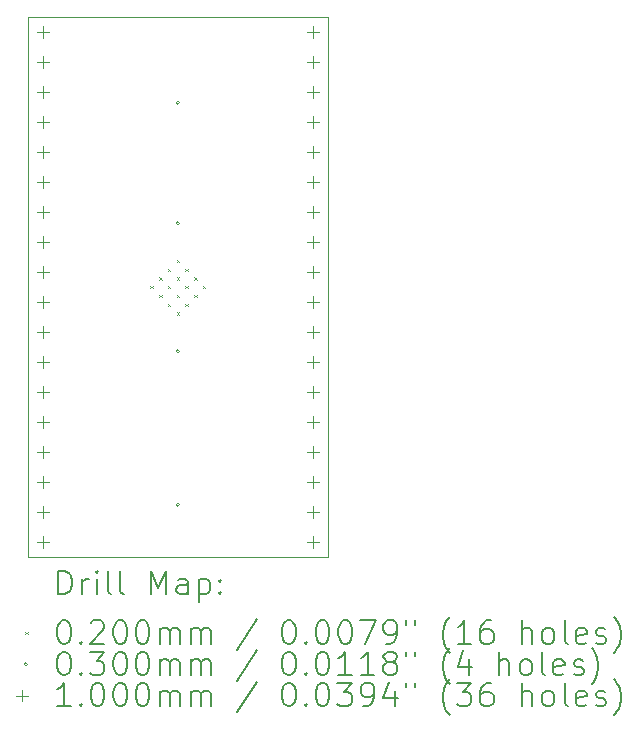
<source format=gbr>
%TF.GenerationSoftware,KiCad,Pcbnew,9.0.6*%
%TF.CreationDate,2026-01-07T17:21:44-06:00*%
%TF.ProjectId,QFN-32_7x7_P0.65,51464e2d-3332-45f3-9778-375f50302e36,rev?*%
%TF.SameCoordinates,Original*%
%TF.FileFunction,Drillmap*%
%TF.FilePolarity,Positive*%
%FSLAX45Y45*%
G04 Gerber Fmt 4.5, Leading zero omitted, Abs format (unit mm)*
G04 Created by KiCad (PCBNEW 9.0.6) date 2026-01-07 17:21:44*
%MOMM*%
%LPD*%
G01*
G04 APERTURE LIST*
%ADD10C,0.050000*%
%ADD11C,0.200000*%
%ADD12C,0.100000*%
G04 APERTURE END LIST*
D10*
X12573000Y-9779000D02*
X15113000Y-9779000D01*
X15113000Y-14351000D01*
X12573000Y-14351000D01*
X12573000Y-9779000D01*
D11*
D12*
X13610261Y-12055000D02*
X13630261Y-12075000D01*
X13630261Y-12055000D02*
X13610261Y-12075000D01*
X13684508Y-11980754D02*
X13704508Y-12000754D01*
X13704508Y-11980754D02*
X13684508Y-12000754D01*
X13684508Y-12129246D02*
X13704508Y-12149246D01*
X13704508Y-12129246D02*
X13684508Y-12149246D01*
X13758754Y-11906508D02*
X13778754Y-11926508D01*
X13778754Y-11906508D02*
X13758754Y-11926508D01*
X13758754Y-12055000D02*
X13778754Y-12075000D01*
X13778754Y-12055000D02*
X13758754Y-12075000D01*
X13758754Y-12203492D02*
X13778754Y-12223492D01*
X13778754Y-12203492D02*
X13758754Y-12223492D01*
X13833000Y-11832261D02*
X13853000Y-11852261D01*
X13853000Y-11832261D02*
X13833000Y-11852261D01*
X13833000Y-11980754D02*
X13853000Y-12000754D01*
X13853000Y-11980754D02*
X13833000Y-12000754D01*
X13833000Y-12129246D02*
X13853000Y-12149246D01*
X13853000Y-12129246D02*
X13833000Y-12149246D01*
X13833000Y-12277739D02*
X13853000Y-12297739D01*
X13853000Y-12277739D02*
X13833000Y-12297739D01*
X13907246Y-11906508D02*
X13927246Y-11926508D01*
X13927246Y-11906508D02*
X13907246Y-11926508D01*
X13907246Y-12055000D02*
X13927246Y-12075000D01*
X13927246Y-12055000D02*
X13907246Y-12075000D01*
X13907246Y-12203492D02*
X13927246Y-12223492D01*
X13927246Y-12203492D02*
X13907246Y-12223492D01*
X13981492Y-11980754D02*
X14001492Y-12000754D01*
X14001492Y-11980754D02*
X13981492Y-12000754D01*
X13981492Y-12129246D02*
X14001492Y-12149246D01*
X14001492Y-12129246D02*
X13981492Y-12149246D01*
X14055739Y-12055000D02*
X14075739Y-12075000D01*
X14075739Y-12055000D02*
X14055739Y-12075000D01*
X13857000Y-11522000D02*
G75*
G02*
X13827000Y-11522000I-15000J0D01*
G01*
X13827000Y-11522000D02*
G75*
G02*
X13857000Y-11522000I15000J0D01*
G01*
X13857000Y-12605000D02*
G75*
G02*
X13827000Y-12605000I-15000J0D01*
G01*
X13827000Y-12605000D02*
G75*
G02*
X13857000Y-12605000I15000J0D01*
G01*
X13858000Y-10502900D02*
G75*
G02*
X13828000Y-10502900I-15000J0D01*
G01*
X13828000Y-10502900D02*
G75*
G02*
X13858000Y-10502900I15000J0D01*
G01*
X13858000Y-13906500D02*
G75*
G02*
X13828000Y-13906500I-15000J0D01*
G01*
X13828000Y-13906500D02*
G75*
G02*
X13858000Y-13906500I15000J0D01*
G01*
X12700000Y-9856164D02*
X12700000Y-9956164D01*
X12650000Y-9906164D02*
X12750000Y-9906164D01*
X12700000Y-10110164D02*
X12700000Y-10210164D01*
X12650000Y-10160164D02*
X12750000Y-10160164D01*
X12700000Y-10364164D02*
X12700000Y-10464164D01*
X12650000Y-10414164D02*
X12750000Y-10414164D01*
X12700000Y-10618164D02*
X12700000Y-10718164D01*
X12650000Y-10668164D02*
X12750000Y-10668164D01*
X12700000Y-10872164D02*
X12700000Y-10972164D01*
X12650000Y-10922164D02*
X12750000Y-10922164D01*
X12700000Y-11126164D02*
X12700000Y-11226164D01*
X12650000Y-11176164D02*
X12750000Y-11176164D01*
X12700000Y-11380164D02*
X12700000Y-11480164D01*
X12650000Y-11430164D02*
X12750000Y-11430164D01*
X12700000Y-11634164D02*
X12700000Y-11734164D01*
X12650000Y-11684164D02*
X12750000Y-11684164D01*
X12700000Y-11888164D02*
X12700000Y-11988164D01*
X12650000Y-11938164D02*
X12750000Y-11938164D01*
X12700000Y-12142164D02*
X12700000Y-12242164D01*
X12650000Y-12192164D02*
X12750000Y-12192164D01*
X12700000Y-12396164D02*
X12700000Y-12496164D01*
X12650000Y-12446164D02*
X12750000Y-12446164D01*
X12700000Y-12650164D02*
X12700000Y-12750164D01*
X12650000Y-12700164D02*
X12750000Y-12700164D01*
X12700000Y-12904164D02*
X12700000Y-13004164D01*
X12650000Y-12954164D02*
X12750000Y-12954164D01*
X12700000Y-13158164D02*
X12700000Y-13258164D01*
X12650000Y-13208164D02*
X12750000Y-13208164D01*
X12700000Y-13412164D02*
X12700000Y-13512164D01*
X12650000Y-13462164D02*
X12750000Y-13462164D01*
X12700000Y-13666164D02*
X12700000Y-13766164D01*
X12650000Y-13716164D02*
X12750000Y-13716164D01*
X12700000Y-13920164D02*
X12700000Y-14020164D01*
X12650000Y-13970164D02*
X12750000Y-13970164D01*
X12700000Y-14174164D02*
X12700000Y-14274164D01*
X12650000Y-14224164D02*
X12750000Y-14224164D01*
X14986000Y-9856164D02*
X14986000Y-9956164D01*
X14936000Y-9906164D02*
X15036000Y-9906164D01*
X14986000Y-10110164D02*
X14986000Y-10210164D01*
X14936000Y-10160164D02*
X15036000Y-10160164D01*
X14986000Y-10364164D02*
X14986000Y-10464164D01*
X14936000Y-10414164D02*
X15036000Y-10414164D01*
X14986000Y-10618164D02*
X14986000Y-10718164D01*
X14936000Y-10668164D02*
X15036000Y-10668164D01*
X14986000Y-10872164D02*
X14986000Y-10972164D01*
X14936000Y-10922164D02*
X15036000Y-10922164D01*
X14986000Y-11126164D02*
X14986000Y-11226164D01*
X14936000Y-11176164D02*
X15036000Y-11176164D01*
X14986000Y-11380164D02*
X14986000Y-11480164D01*
X14936000Y-11430164D02*
X15036000Y-11430164D01*
X14986000Y-11634164D02*
X14986000Y-11734164D01*
X14936000Y-11684164D02*
X15036000Y-11684164D01*
X14986000Y-11888164D02*
X14986000Y-11988164D01*
X14936000Y-11938164D02*
X15036000Y-11938164D01*
X14986000Y-12142164D02*
X14986000Y-12242164D01*
X14936000Y-12192164D02*
X15036000Y-12192164D01*
X14986000Y-12396164D02*
X14986000Y-12496164D01*
X14936000Y-12446164D02*
X15036000Y-12446164D01*
X14986000Y-12650164D02*
X14986000Y-12750164D01*
X14936000Y-12700164D02*
X15036000Y-12700164D01*
X14986000Y-12904164D02*
X14986000Y-13004164D01*
X14936000Y-12954164D02*
X15036000Y-12954164D01*
X14986000Y-13158164D02*
X14986000Y-13258164D01*
X14936000Y-13208164D02*
X15036000Y-13208164D01*
X14986000Y-13412164D02*
X14986000Y-13512164D01*
X14936000Y-13462164D02*
X15036000Y-13462164D01*
X14986000Y-13666164D02*
X14986000Y-13766164D01*
X14936000Y-13716164D02*
X15036000Y-13716164D01*
X14986000Y-13920164D02*
X14986000Y-14020164D01*
X14936000Y-13970164D02*
X15036000Y-13970164D01*
X14986000Y-14174164D02*
X14986000Y-14274164D01*
X14936000Y-14224164D02*
X15036000Y-14224164D01*
D11*
X12831277Y-14664984D02*
X12831277Y-14464984D01*
X12831277Y-14464984D02*
X12878896Y-14464984D01*
X12878896Y-14464984D02*
X12907467Y-14474508D01*
X12907467Y-14474508D02*
X12926515Y-14493555D01*
X12926515Y-14493555D02*
X12936039Y-14512603D01*
X12936039Y-14512603D02*
X12945562Y-14550698D01*
X12945562Y-14550698D02*
X12945562Y-14579269D01*
X12945562Y-14579269D02*
X12936039Y-14617365D01*
X12936039Y-14617365D02*
X12926515Y-14636412D01*
X12926515Y-14636412D02*
X12907467Y-14655460D01*
X12907467Y-14655460D02*
X12878896Y-14664984D01*
X12878896Y-14664984D02*
X12831277Y-14664984D01*
X13031277Y-14664984D02*
X13031277Y-14531650D01*
X13031277Y-14569746D02*
X13040801Y-14550698D01*
X13040801Y-14550698D02*
X13050324Y-14541174D01*
X13050324Y-14541174D02*
X13069372Y-14531650D01*
X13069372Y-14531650D02*
X13088420Y-14531650D01*
X13155086Y-14664984D02*
X13155086Y-14531650D01*
X13155086Y-14464984D02*
X13145562Y-14474508D01*
X13145562Y-14474508D02*
X13155086Y-14484031D01*
X13155086Y-14484031D02*
X13164610Y-14474508D01*
X13164610Y-14474508D02*
X13155086Y-14464984D01*
X13155086Y-14464984D02*
X13155086Y-14484031D01*
X13278896Y-14664984D02*
X13259848Y-14655460D01*
X13259848Y-14655460D02*
X13250324Y-14636412D01*
X13250324Y-14636412D02*
X13250324Y-14464984D01*
X13383658Y-14664984D02*
X13364610Y-14655460D01*
X13364610Y-14655460D02*
X13355086Y-14636412D01*
X13355086Y-14636412D02*
X13355086Y-14464984D01*
X13612229Y-14664984D02*
X13612229Y-14464984D01*
X13612229Y-14464984D02*
X13678896Y-14607841D01*
X13678896Y-14607841D02*
X13745562Y-14464984D01*
X13745562Y-14464984D02*
X13745562Y-14664984D01*
X13926515Y-14664984D02*
X13926515Y-14560222D01*
X13926515Y-14560222D02*
X13916991Y-14541174D01*
X13916991Y-14541174D02*
X13897943Y-14531650D01*
X13897943Y-14531650D02*
X13859848Y-14531650D01*
X13859848Y-14531650D02*
X13840801Y-14541174D01*
X13926515Y-14655460D02*
X13907467Y-14664984D01*
X13907467Y-14664984D02*
X13859848Y-14664984D01*
X13859848Y-14664984D02*
X13840801Y-14655460D01*
X13840801Y-14655460D02*
X13831277Y-14636412D01*
X13831277Y-14636412D02*
X13831277Y-14617365D01*
X13831277Y-14617365D02*
X13840801Y-14598317D01*
X13840801Y-14598317D02*
X13859848Y-14588793D01*
X13859848Y-14588793D02*
X13907467Y-14588793D01*
X13907467Y-14588793D02*
X13926515Y-14579269D01*
X14021753Y-14531650D02*
X14021753Y-14731650D01*
X14021753Y-14541174D02*
X14040801Y-14531650D01*
X14040801Y-14531650D02*
X14078896Y-14531650D01*
X14078896Y-14531650D02*
X14097943Y-14541174D01*
X14097943Y-14541174D02*
X14107467Y-14550698D01*
X14107467Y-14550698D02*
X14116991Y-14569746D01*
X14116991Y-14569746D02*
X14116991Y-14626888D01*
X14116991Y-14626888D02*
X14107467Y-14645936D01*
X14107467Y-14645936D02*
X14097943Y-14655460D01*
X14097943Y-14655460D02*
X14078896Y-14664984D01*
X14078896Y-14664984D02*
X14040801Y-14664984D01*
X14040801Y-14664984D02*
X14021753Y-14655460D01*
X14202705Y-14645936D02*
X14212229Y-14655460D01*
X14212229Y-14655460D02*
X14202705Y-14664984D01*
X14202705Y-14664984D02*
X14193182Y-14655460D01*
X14193182Y-14655460D02*
X14202705Y-14645936D01*
X14202705Y-14645936D02*
X14202705Y-14664984D01*
X14202705Y-14541174D02*
X14212229Y-14550698D01*
X14212229Y-14550698D02*
X14202705Y-14560222D01*
X14202705Y-14560222D02*
X14193182Y-14550698D01*
X14193182Y-14550698D02*
X14202705Y-14541174D01*
X14202705Y-14541174D02*
X14202705Y-14560222D01*
D12*
X12550500Y-14983500D02*
X12570500Y-15003500D01*
X12570500Y-14983500D02*
X12550500Y-15003500D01*
D11*
X12869372Y-14884984D02*
X12888420Y-14884984D01*
X12888420Y-14884984D02*
X12907467Y-14894508D01*
X12907467Y-14894508D02*
X12916991Y-14904031D01*
X12916991Y-14904031D02*
X12926515Y-14923079D01*
X12926515Y-14923079D02*
X12936039Y-14961174D01*
X12936039Y-14961174D02*
X12936039Y-15008793D01*
X12936039Y-15008793D02*
X12926515Y-15046888D01*
X12926515Y-15046888D02*
X12916991Y-15065936D01*
X12916991Y-15065936D02*
X12907467Y-15075460D01*
X12907467Y-15075460D02*
X12888420Y-15084984D01*
X12888420Y-15084984D02*
X12869372Y-15084984D01*
X12869372Y-15084984D02*
X12850324Y-15075460D01*
X12850324Y-15075460D02*
X12840801Y-15065936D01*
X12840801Y-15065936D02*
X12831277Y-15046888D01*
X12831277Y-15046888D02*
X12821753Y-15008793D01*
X12821753Y-15008793D02*
X12821753Y-14961174D01*
X12821753Y-14961174D02*
X12831277Y-14923079D01*
X12831277Y-14923079D02*
X12840801Y-14904031D01*
X12840801Y-14904031D02*
X12850324Y-14894508D01*
X12850324Y-14894508D02*
X12869372Y-14884984D01*
X13021753Y-15065936D02*
X13031277Y-15075460D01*
X13031277Y-15075460D02*
X13021753Y-15084984D01*
X13021753Y-15084984D02*
X13012229Y-15075460D01*
X13012229Y-15075460D02*
X13021753Y-15065936D01*
X13021753Y-15065936D02*
X13021753Y-15084984D01*
X13107467Y-14904031D02*
X13116991Y-14894508D01*
X13116991Y-14894508D02*
X13136039Y-14884984D01*
X13136039Y-14884984D02*
X13183658Y-14884984D01*
X13183658Y-14884984D02*
X13202705Y-14894508D01*
X13202705Y-14894508D02*
X13212229Y-14904031D01*
X13212229Y-14904031D02*
X13221753Y-14923079D01*
X13221753Y-14923079D02*
X13221753Y-14942127D01*
X13221753Y-14942127D02*
X13212229Y-14970698D01*
X13212229Y-14970698D02*
X13097943Y-15084984D01*
X13097943Y-15084984D02*
X13221753Y-15084984D01*
X13345562Y-14884984D02*
X13364610Y-14884984D01*
X13364610Y-14884984D02*
X13383658Y-14894508D01*
X13383658Y-14894508D02*
X13393182Y-14904031D01*
X13393182Y-14904031D02*
X13402705Y-14923079D01*
X13402705Y-14923079D02*
X13412229Y-14961174D01*
X13412229Y-14961174D02*
X13412229Y-15008793D01*
X13412229Y-15008793D02*
X13402705Y-15046888D01*
X13402705Y-15046888D02*
X13393182Y-15065936D01*
X13393182Y-15065936D02*
X13383658Y-15075460D01*
X13383658Y-15075460D02*
X13364610Y-15084984D01*
X13364610Y-15084984D02*
X13345562Y-15084984D01*
X13345562Y-15084984D02*
X13326515Y-15075460D01*
X13326515Y-15075460D02*
X13316991Y-15065936D01*
X13316991Y-15065936D02*
X13307467Y-15046888D01*
X13307467Y-15046888D02*
X13297943Y-15008793D01*
X13297943Y-15008793D02*
X13297943Y-14961174D01*
X13297943Y-14961174D02*
X13307467Y-14923079D01*
X13307467Y-14923079D02*
X13316991Y-14904031D01*
X13316991Y-14904031D02*
X13326515Y-14894508D01*
X13326515Y-14894508D02*
X13345562Y-14884984D01*
X13536039Y-14884984D02*
X13555086Y-14884984D01*
X13555086Y-14884984D02*
X13574134Y-14894508D01*
X13574134Y-14894508D02*
X13583658Y-14904031D01*
X13583658Y-14904031D02*
X13593182Y-14923079D01*
X13593182Y-14923079D02*
X13602705Y-14961174D01*
X13602705Y-14961174D02*
X13602705Y-15008793D01*
X13602705Y-15008793D02*
X13593182Y-15046888D01*
X13593182Y-15046888D02*
X13583658Y-15065936D01*
X13583658Y-15065936D02*
X13574134Y-15075460D01*
X13574134Y-15075460D02*
X13555086Y-15084984D01*
X13555086Y-15084984D02*
X13536039Y-15084984D01*
X13536039Y-15084984D02*
X13516991Y-15075460D01*
X13516991Y-15075460D02*
X13507467Y-15065936D01*
X13507467Y-15065936D02*
X13497943Y-15046888D01*
X13497943Y-15046888D02*
X13488420Y-15008793D01*
X13488420Y-15008793D02*
X13488420Y-14961174D01*
X13488420Y-14961174D02*
X13497943Y-14923079D01*
X13497943Y-14923079D02*
X13507467Y-14904031D01*
X13507467Y-14904031D02*
X13516991Y-14894508D01*
X13516991Y-14894508D02*
X13536039Y-14884984D01*
X13688420Y-15084984D02*
X13688420Y-14951650D01*
X13688420Y-14970698D02*
X13697943Y-14961174D01*
X13697943Y-14961174D02*
X13716991Y-14951650D01*
X13716991Y-14951650D02*
X13745563Y-14951650D01*
X13745563Y-14951650D02*
X13764610Y-14961174D01*
X13764610Y-14961174D02*
X13774134Y-14980222D01*
X13774134Y-14980222D02*
X13774134Y-15084984D01*
X13774134Y-14980222D02*
X13783658Y-14961174D01*
X13783658Y-14961174D02*
X13802705Y-14951650D01*
X13802705Y-14951650D02*
X13831277Y-14951650D01*
X13831277Y-14951650D02*
X13850324Y-14961174D01*
X13850324Y-14961174D02*
X13859848Y-14980222D01*
X13859848Y-14980222D02*
X13859848Y-15084984D01*
X13955086Y-15084984D02*
X13955086Y-14951650D01*
X13955086Y-14970698D02*
X13964610Y-14961174D01*
X13964610Y-14961174D02*
X13983658Y-14951650D01*
X13983658Y-14951650D02*
X14012229Y-14951650D01*
X14012229Y-14951650D02*
X14031277Y-14961174D01*
X14031277Y-14961174D02*
X14040801Y-14980222D01*
X14040801Y-14980222D02*
X14040801Y-15084984D01*
X14040801Y-14980222D02*
X14050324Y-14961174D01*
X14050324Y-14961174D02*
X14069372Y-14951650D01*
X14069372Y-14951650D02*
X14097943Y-14951650D01*
X14097943Y-14951650D02*
X14116991Y-14961174D01*
X14116991Y-14961174D02*
X14126515Y-14980222D01*
X14126515Y-14980222D02*
X14126515Y-15084984D01*
X14516991Y-14875460D02*
X14345563Y-15132603D01*
X14774134Y-14884984D02*
X14793182Y-14884984D01*
X14793182Y-14884984D02*
X14812229Y-14894508D01*
X14812229Y-14894508D02*
X14821753Y-14904031D01*
X14821753Y-14904031D02*
X14831277Y-14923079D01*
X14831277Y-14923079D02*
X14840801Y-14961174D01*
X14840801Y-14961174D02*
X14840801Y-15008793D01*
X14840801Y-15008793D02*
X14831277Y-15046888D01*
X14831277Y-15046888D02*
X14821753Y-15065936D01*
X14821753Y-15065936D02*
X14812229Y-15075460D01*
X14812229Y-15075460D02*
X14793182Y-15084984D01*
X14793182Y-15084984D02*
X14774134Y-15084984D01*
X14774134Y-15084984D02*
X14755086Y-15075460D01*
X14755086Y-15075460D02*
X14745563Y-15065936D01*
X14745563Y-15065936D02*
X14736039Y-15046888D01*
X14736039Y-15046888D02*
X14726515Y-15008793D01*
X14726515Y-15008793D02*
X14726515Y-14961174D01*
X14726515Y-14961174D02*
X14736039Y-14923079D01*
X14736039Y-14923079D02*
X14745563Y-14904031D01*
X14745563Y-14904031D02*
X14755086Y-14894508D01*
X14755086Y-14894508D02*
X14774134Y-14884984D01*
X14926515Y-15065936D02*
X14936039Y-15075460D01*
X14936039Y-15075460D02*
X14926515Y-15084984D01*
X14926515Y-15084984D02*
X14916991Y-15075460D01*
X14916991Y-15075460D02*
X14926515Y-15065936D01*
X14926515Y-15065936D02*
X14926515Y-15084984D01*
X15059848Y-14884984D02*
X15078896Y-14884984D01*
X15078896Y-14884984D02*
X15097944Y-14894508D01*
X15097944Y-14894508D02*
X15107467Y-14904031D01*
X15107467Y-14904031D02*
X15116991Y-14923079D01*
X15116991Y-14923079D02*
X15126515Y-14961174D01*
X15126515Y-14961174D02*
X15126515Y-15008793D01*
X15126515Y-15008793D02*
X15116991Y-15046888D01*
X15116991Y-15046888D02*
X15107467Y-15065936D01*
X15107467Y-15065936D02*
X15097944Y-15075460D01*
X15097944Y-15075460D02*
X15078896Y-15084984D01*
X15078896Y-15084984D02*
X15059848Y-15084984D01*
X15059848Y-15084984D02*
X15040801Y-15075460D01*
X15040801Y-15075460D02*
X15031277Y-15065936D01*
X15031277Y-15065936D02*
X15021753Y-15046888D01*
X15021753Y-15046888D02*
X15012229Y-15008793D01*
X15012229Y-15008793D02*
X15012229Y-14961174D01*
X15012229Y-14961174D02*
X15021753Y-14923079D01*
X15021753Y-14923079D02*
X15031277Y-14904031D01*
X15031277Y-14904031D02*
X15040801Y-14894508D01*
X15040801Y-14894508D02*
X15059848Y-14884984D01*
X15250325Y-14884984D02*
X15269372Y-14884984D01*
X15269372Y-14884984D02*
X15288420Y-14894508D01*
X15288420Y-14894508D02*
X15297944Y-14904031D01*
X15297944Y-14904031D02*
X15307467Y-14923079D01*
X15307467Y-14923079D02*
X15316991Y-14961174D01*
X15316991Y-14961174D02*
X15316991Y-15008793D01*
X15316991Y-15008793D02*
X15307467Y-15046888D01*
X15307467Y-15046888D02*
X15297944Y-15065936D01*
X15297944Y-15065936D02*
X15288420Y-15075460D01*
X15288420Y-15075460D02*
X15269372Y-15084984D01*
X15269372Y-15084984D02*
X15250325Y-15084984D01*
X15250325Y-15084984D02*
X15231277Y-15075460D01*
X15231277Y-15075460D02*
X15221753Y-15065936D01*
X15221753Y-15065936D02*
X15212229Y-15046888D01*
X15212229Y-15046888D02*
X15202706Y-15008793D01*
X15202706Y-15008793D02*
X15202706Y-14961174D01*
X15202706Y-14961174D02*
X15212229Y-14923079D01*
X15212229Y-14923079D02*
X15221753Y-14904031D01*
X15221753Y-14904031D02*
X15231277Y-14894508D01*
X15231277Y-14894508D02*
X15250325Y-14884984D01*
X15383658Y-14884984D02*
X15516991Y-14884984D01*
X15516991Y-14884984D02*
X15431277Y-15084984D01*
X15602706Y-15084984D02*
X15640801Y-15084984D01*
X15640801Y-15084984D02*
X15659848Y-15075460D01*
X15659848Y-15075460D02*
X15669372Y-15065936D01*
X15669372Y-15065936D02*
X15688420Y-15037365D01*
X15688420Y-15037365D02*
X15697944Y-14999269D01*
X15697944Y-14999269D02*
X15697944Y-14923079D01*
X15697944Y-14923079D02*
X15688420Y-14904031D01*
X15688420Y-14904031D02*
X15678896Y-14894508D01*
X15678896Y-14894508D02*
X15659848Y-14884984D01*
X15659848Y-14884984D02*
X15621753Y-14884984D01*
X15621753Y-14884984D02*
X15602706Y-14894508D01*
X15602706Y-14894508D02*
X15593182Y-14904031D01*
X15593182Y-14904031D02*
X15583658Y-14923079D01*
X15583658Y-14923079D02*
X15583658Y-14970698D01*
X15583658Y-14970698D02*
X15593182Y-14989746D01*
X15593182Y-14989746D02*
X15602706Y-14999269D01*
X15602706Y-14999269D02*
X15621753Y-15008793D01*
X15621753Y-15008793D02*
X15659848Y-15008793D01*
X15659848Y-15008793D02*
X15678896Y-14999269D01*
X15678896Y-14999269D02*
X15688420Y-14989746D01*
X15688420Y-14989746D02*
X15697944Y-14970698D01*
X15774134Y-14884984D02*
X15774134Y-14923079D01*
X15850325Y-14884984D02*
X15850325Y-14923079D01*
X16145563Y-15161174D02*
X16136039Y-15151650D01*
X16136039Y-15151650D02*
X16116991Y-15123079D01*
X16116991Y-15123079D02*
X16107468Y-15104031D01*
X16107468Y-15104031D02*
X16097944Y-15075460D01*
X16097944Y-15075460D02*
X16088420Y-15027841D01*
X16088420Y-15027841D02*
X16088420Y-14989746D01*
X16088420Y-14989746D02*
X16097944Y-14942127D01*
X16097944Y-14942127D02*
X16107468Y-14913555D01*
X16107468Y-14913555D02*
X16116991Y-14894508D01*
X16116991Y-14894508D02*
X16136039Y-14865936D01*
X16136039Y-14865936D02*
X16145563Y-14856412D01*
X16326515Y-15084984D02*
X16212229Y-15084984D01*
X16269372Y-15084984D02*
X16269372Y-14884984D01*
X16269372Y-14884984D02*
X16250325Y-14913555D01*
X16250325Y-14913555D02*
X16231277Y-14932603D01*
X16231277Y-14932603D02*
X16212229Y-14942127D01*
X16497944Y-14884984D02*
X16459848Y-14884984D01*
X16459848Y-14884984D02*
X16440801Y-14894508D01*
X16440801Y-14894508D02*
X16431277Y-14904031D01*
X16431277Y-14904031D02*
X16412229Y-14932603D01*
X16412229Y-14932603D02*
X16402706Y-14970698D01*
X16402706Y-14970698D02*
X16402706Y-15046888D01*
X16402706Y-15046888D02*
X16412229Y-15065936D01*
X16412229Y-15065936D02*
X16421753Y-15075460D01*
X16421753Y-15075460D02*
X16440801Y-15084984D01*
X16440801Y-15084984D02*
X16478896Y-15084984D01*
X16478896Y-15084984D02*
X16497944Y-15075460D01*
X16497944Y-15075460D02*
X16507468Y-15065936D01*
X16507468Y-15065936D02*
X16516991Y-15046888D01*
X16516991Y-15046888D02*
X16516991Y-14999269D01*
X16516991Y-14999269D02*
X16507468Y-14980222D01*
X16507468Y-14980222D02*
X16497944Y-14970698D01*
X16497944Y-14970698D02*
X16478896Y-14961174D01*
X16478896Y-14961174D02*
X16440801Y-14961174D01*
X16440801Y-14961174D02*
X16421753Y-14970698D01*
X16421753Y-14970698D02*
X16412229Y-14980222D01*
X16412229Y-14980222D02*
X16402706Y-14999269D01*
X16755087Y-15084984D02*
X16755087Y-14884984D01*
X16840801Y-15084984D02*
X16840801Y-14980222D01*
X16840801Y-14980222D02*
X16831277Y-14961174D01*
X16831277Y-14961174D02*
X16812230Y-14951650D01*
X16812230Y-14951650D02*
X16783658Y-14951650D01*
X16783658Y-14951650D02*
X16764610Y-14961174D01*
X16764610Y-14961174D02*
X16755087Y-14970698D01*
X16964611Y-15084984D02*
X16945563Y-15075460D01*
X16945563Y-15075460D02*
X16936039Y-15065936D01*
X16936039Y-15065936D02*
X16926515Y-15046888D01*
X16926515Y-15046888D02*
X16926515Y-14989746D01*
X16926515Y-14989746D02*
X16936039Y-14970698D01*
X16936039Y-14970698D02*
X16945563Y-14961174D01*
X16945563Y-14961174D02*
X16964611Y-14951650D01*
X16964611Y-14951650D02*
X16993182Y-14951650D01*
X16993182Y-14951650D02*
X17012230Y-14961174D01*
X17012230Y-14961174D02*
X17021753Y-14970698D01*
X17021753Y-14970698D02*
X17031277Y-14989746D01*
X17031277Y-14989746D02*
X17031277Y-15046888D01*
X17031277Y-15046888D02*
X17021753Y-15065936D01*
X17021753Y-15065936D02*
X17012230Y-15075460D01*
X17012230Y-15075460D02*
X16993182Y-15084984D01*
X16993182Y-15084984D02*
X16964611Y-15084984D01*
X17145563Y-15084984D02*
X17126515Y-15075460D01*
X17126515Y-15075460D02*
X17116992Y-15056412D01*
X17116992Y-15056412D02*
X17116992Y-14884984D01*
X17297944Y-15075460D02*
X17278896Y-15084984D01*
X17278896Y-15084984D02*
X17240801Y-15084984D01*
X17240801Y-15084984D02*
X17221753Y-15075460D01*
X17221753Y-15075460D02*
X17212230Y-15056412D01*
X17212230Y-15056412D02*
X17212230Y-14980222D01*
X17212230Y-14980222D02*
X17221753Y-14961174D01*
X17221753Y-14961174D02*
X17240801Y-14951650D01*
X17240801Y-14951650D02*
X17278896Y-14951650D01*
X17278896Y-14951650D02*
X17297944Y-14961174D01*
X17297944Y-14961174D02*
X17307468Y-14980222D01*
X17307468Y-14980222D02*
X17307468Y-14999269D01*
X17307468Y-14999269D02*
X17212230Y-15018317D01*
X17383658Y-15075460D02*
X17402706Y-15084984D01*
X17402706Y-15084984D02*
X17440801Y-15084984D01*
X17440801Y-15084984D02*
X17459849Y-15075460D01*
X17459849Y-15075460D02*
X17469373Y-15056412D01*
X17469373Y-15056412D02*
X17469373Y-15046888D01*
X17469373Y-15046888D02*
X17459849Y-15027841D01*
X17459849Y-15027841D02*
X17440801Y-15018317D01*
X17440801Y-15018317D02*
X17412230Y-15018317D01*
X17412230Y-15018317D02*
X17393182Y-15008793D01*
X17393182Y-15008793D02*
X17383658Y-14989746D01*
X17383658Y-14989746D02*
X17383658Y-14980222D01*
X17383658Y-14980222D02*
X17393182Y-14961174D01*
X17393182Y-14961174D02*
X17412230Y-14951650D01*
X17412230Y-14951650D02*
X17440801Y-14951650D01*
X17440801Y-14951650D02*
X17459849Y-14961174D01*
X17536039Y-15161174D02*
X17545563Y-15151650D01*
X17545563Y-15151650D02*
X17564611Y-15123079D01*
X17564611Y-15123079D02*
X17574134Y-15104031D01*
X17574134Y-15104031D02*
X17583658Y-15075460D01*
X17583658Y-15075460D02*
X17593182Y-15027841D01*
X17593182Y-15027841D02*
X17593182Y-14989746D01*
X17593182Y-14989746D02*
X17583658Y-14942127D01*
X17583658Y-14942127D02*
X17574134Y-14913555D01*
X17574134Y-14913555D02*
X17564611Y-14894508D01*
X17564611Y-14894508D02*
X17545563Y-14865936D01*
X17545563Y-14865936D02*
X17536039Y-14856412D01*
D12*
X12570500Y-15257500D02*
G75*
G02*
X12540500Y-15257500I-15000J0D01*
G01*
X12540500Y-15257500D02*
G75*
G02*
X12570500Y-15257500I15000J0D01*
G01*
D11*
X12869372Y-15148984D02*
X12888420Y-15148984D01*
X12888420Y-15148984D02*
X12907467Y-15158508D01*
X12907467Y-15158508D02*
X12916991Y-15168031D01*
X12916991Y-15168031D02*
X12926515Y-15187079D01*
X12926515Y-15187079D02*
X12936039Y-15225174D01*
X12936039Y-15225174D02*
X12936039Y-15272793D01*
X12936039Y-15272793D02*
X12926515Y-15310888D01*
X12926515Y-15310888D02*
X12916991Y-15329936D01*
X12916991Y-15329936D02*
X12907467Y-15339460D01*
X12907467Y-15339460D02*
X12888420Y-15348984D01*
X12888420Y-15348984D02*
X12869372Y-15348984D01*
X12869372Y-15348984D02*
X12850324Y-15339460D01*
X12850324Y-15339460D02*
X12840801Y-15329936D01*
X12840801Y-15329936D02*
X12831277Y-15310888D01*
X12831277Y-15310888D02*
X12821753Y-15272793D01*
X12821753Y-15272793D02*
X12821753Y-15225174D01*
X12821753Y-15225174D02*
X12831277Y-15187079D01*
X12831277Y-15187079D02*
X12840801Y-15168031D01*
X12840801Y-15168031D02*
X12850324Y-15158508D01*
X12850324Y-15158508D02*
X12869372Y-15148984D01*
X13021753Y-15329936D02*
X13031277Y-15339460D01*
X13031277Y-15339460D02*
X13021753Y-15348984D01*
X13021753Y-15348984D02*
X13012229Y-15339460D01*
X13012229Y-15339460D02*
X13021753Y-15329936D01*
X13021753Y-15329936D02*
X13021753Y-15348984D01*
X13097943Y-15148984D02*
X13221753Y-15148984D01*
X13221753Y-15148984D02*
X13155086Y-15225174D01*
X13155086Y-15225174D02*
X13183658Y-15225174D01*
X13183658Y-15225174D02*
X13202705Y-15234698D01*
X13202705Y-15234698D02*
X13212229Y-15244222D01*
X13212229Y-15244222D02*
X13221753Y-15263269D01*
X13221753Y-15263269D02*
X13221753Y-15310888D01*
X13221753Y-15310888D02*
X13212229Y-15329936D01*
X13212229Y-15329936D02*
X13202705Y-15339460D01*
X13202705Y-15339460D02*
X13183658Y-15348984D01*
X13183658Y-15348984D02*
X13126515Y-15348984D01*
X13126515Y-15348984D02*
X13107467Y-15339460D01*
X13107467Y-15339460D02*
X13097943Y-15329936D01*
X13345562Y-15148984D02*
X13364610Y-15148984D01*
X13364610Y-15148984D02*
X13383658Y-15158508D01*
X13383658Y-15158508D02*
X13393182Y-15168031D01*
X13393182Y-15168031D02*
X13402705Y-15187079D01*
X13402705Y-15187079D02*
X13412229Y-15225174D01*
X13412229Y-15225174D02*
X13412229Y-15272793D01*
X13412229Y-15272793D02*
X13402705Y-15310888D01*
X13402705Y-15310888D02*
X13393182Y-15329936D01*
X13393182Y-15329936D02*
X13383658Y-15339460D01*
X13383658Y-15339460D02*
X13364610Y-15348984D01*
X13364610Y-15348984D02*
X13345562Y-15348984D01*
X13345562Y-15348984D02*
X13326515Y-15339460D01*
X13326515Y-15339460D02*
X13316991Y-15329936D01*
X13316991Y-15329936D02*
X13307467Y-15310888D01*
X13307467Y-15310888D02*
X13297943Y-15272793D01*
X13297943Y-15272793D02*
X13297943Y-15225174D01*
X13297943Y-15225174D02*
X13307467Y-15187079D01*
X13307467Y-15187079D02*
X13316991Y-15168031D01*
X13316991Y-15168031D02*
X13326515Y-15158508D01*
X13326515Y-15158508D02*
X13345562Y-15148984D01*
X13536039Y-15148984D02*
X13555086Y-15148984D01*
X13555086Y-15148984D02*
X13574134Y-15158508D01*
X13574134Y-15158508D02*
X13583658Y-15168031D01*
X13583658Y-15168031D02*
X13593182Y-15187079D01*
X13593182Y-15187079D02*
X13602705Y-15225174D01*
X13602705Y-15225174D02*
X13602705Y-15272793D01*
X13602705Y-15272793D02*
X13593182Y-15310888D01*
X13593182Y-15310888D02*
X13583658Y-15329936D01*
X13583658Y-15329936D02*
X13574134Y-15339460D01*
X13574134Y-15339460D02*
X13555086Y-15348984D01*
X13555086Y-15348984D02*
X13536039Y-15348984D01*
X13536039Y-15348984D02*
X13516991Y-15339460D01*
X13516991Y-15339460D02*
X13507467Y-15329936D01*
X13507467Y-15329936D02*
X13497943Y-15310888D01*
X13497943Y-15310888D02*
X13488420Y-15272793D01*
X13488420Y-15272793D02*
X13488420Y-15225174D01*
X13488420Y-15225174D02*
X13497943Y-15187079D01*
X13497943Y-15187079D02*
X13507467Y-15168031D01*
X13507467Y-15168031D02*
X13516991Y-15158508D01*
X13516991Y-15158508D02*
X13536039Y-15148984D01*
X13688420Y-15348984D02*
X13688420Y-15215650D01*
X13688420Y-15234698D02*
X13697943Y-15225174D01*
X13697943Y-15225174D02*
X13716991Y-15215650D01*
X13716991Y-15215650D02*
X13745563Y-15215650D01*
X13745563Y-15215650D02*
X13764610Y-15225174D01*
X13764610Y-15225174D02*
X13774134Y-15244222D01*
X13774134Y-15244222D02*
X13774134Y-15348984D01*
X13774134Y-15244222D02*
X13783658Y-15225174D01*
X13783658Y-15225174D02*
X13802705Y-15215650D01*
X13802705Y-15215650D02*
X13831277Y-15215650D01*
X13831277Y-15215650D02*
X13850324Y-15225174D01*
X13850324Y-15225174D02*
X13859848Y-15244222D01*
X13859848Y-15244222D02*
X13859848Y-15348984D01*
X13955086Y-15348984D02*
X13955086Y-15215650D01*
X13955086Y-15234698D02*
X13964610Y-15225174D01*
X13964610Y-15225174D02*
X13983658Y-15215650D01*
X13983658Y-15215650D02*
X14012229Y-15215650D01*
X14012229Y-15215650D02*
X14031277Y-15225174D01*
X14031277Y-15225174D02*
X14040801Y-15244222D01*
X14040801Y-15244222D02*
X14040801Y-15348984D01*
X14040801Y-15244222D02*
X14050324Y-15225174D01*
X14050324Y-15225174D02*
X14069372Y-15215650D01*
X14069372Y-15215650D02*
X14097943Y-15215650D01*
X14097943Y-15215650D02*
X14116991Y-15225174D01*
X14116991Y-15225174D02*
X14126515Y-15244222D01*
X14126515Y-15244222D02*
X14126515Y-15348984D01*
X14516991Y-15139460D02*
X14345563Y-15396603D01*
X14774134Y-15148984D02*
X14793182Y-15148984D01*
X14793182Y-15148984D02*
X14812229Y-15158508D01*
X14812229Y-15158508D02*
X14821753Y-15168031D01*
X14821753Y-15168031D02*
X14831277Y-15187079D01*
X14831277Y-15187079D02*
X14840801Y-15225174D01*
X14840801Y-15225174D02*
X14840801Y-15272793D01*
X14840801Y-15272793D02*
X14831277Y-15310888D01*
X14831277Y-15310888D02*
X14821753Y-15329936D01*
X14821753Y-15329936D02*
X14812229Y-15339460D01*
X14812229Y-15339460D02*
X14793182Y-15348984D01*
X14793182Y-15348984D02*
X14774134Y-15348984D01*
X14774134Y-15348984D02*
X14755086Y-15339460D01*
X14755086Y-15339460D02*
X14745563Y-15329936D01*
X14745563Y-15329936D02*
X14736039Y-15310888D01*
X14736039Y-15310888D02*
X14726515Y-15272793D01*
X14726515Y-15272793D02*
X14726515Y-15225174D01*
X14726515Y-15225174D02*
X14736039Y-15187079D01*
X14736039Y-15187079D02*
X14745563Y-15168031D01*
X14745563Y-15168031D02*
X14755086Y-15158508D01*
X14755086Y-15158508D02*
X14774134Y-15148984D01*
X14926515Y-15329936D02*
X14936039Y-15339460D01*
X14936039Y-15339460D02*
X14926515Y-15348984D01*
X14926515Y-15348984D02*
X14916991Y-15339460D01*
X14916991Y-15339460D02*
X14926515Y-15329936D01*
X14926515Y-15329936D02*
X14926515Y-15348984D01*
X15059848Y-15148984D02*
X15078896Y-15148984D01*
X15078896Y-15148984D02*
X15097944Y-15158508D01*
X15097944Y-15158508D02*
X15107467Y-15168031D01*
X15107467Y-15168031D02*
X15116991Y-15187079D01*
X15116991Y-15187079D02*
X15126515Y-15225174D01*
X15126515Y-15225174D02*
X15126515Y-15272793D01*
X15126515Y-15272793D02*
X15116991Y-15310888D01*
X15116991Y-15310888D02*
X15107467Y-15329936D01*
X15107467Y-15329936D02*
X15097944Y-15339460D01*
X15097944Y-15339460D02*
X15078896Y-15348984D01*
X15078896Y-15348984D02*
X15059848Y-15348984D01*
X15059848Y-15348984D02*
X15040801Y-15339460D01*
X15040801Y-15339460D02*
X15031277Y-15329936D01*
X15031277Y-15329936D02*
X15021753Y-15310888D01*
X15021753Y-15310888D02*
X15012229Y-15272793D01*
X15012229Y-15272793D02*
X15012229Y-15225174D01*
X15012229Y-15225174D02*
X15021753Y-15187079D01*
X15021753Y-15187079D02*
X15031277Y-15168031D01*
X15031277Y-15168031D02*
X15040801Y-15158508D01*
X15040801Y-15158508D02*
X15059848Y-15148984D01*
X15316991Y-15348984D02*
X15202706Y-15348984D01*
X15259848Y-15348984D02*
X15259848Y-15148984D01*
X15259848Y-15148984D02*
X15240801Y-15177555D01*
X15240801Y-15177555D02*
X15221753Y-15196603D01*
X15221753Y-15196603D02*
X15202706Y-15206127D01*
X15507467Y-15348984D02*
X15393182Y-15348984D01*
X15450325Y-15348984D02*
X15450325Y-15148984D01*
X15450325Y-15148984D02*
X15431277Y-15177555D01*
X15431277Y-15177555D02*
X15412229Y-15196603D01*
X15412229Y-15196603D02*
X15393182Y-15206127D01*
X15621753Y-15234698D02*
X15602706Y-15225174D01*
X15602706Y-15225174D02*
X15593182Y-15215650D01*
X15593182Y-15215650D02*
X15583658Y-15196603D01*
X15583658Y-15196603D02*
X15583658Y-15187079D01*
X15583658Y-15187079D02*
X15593182Y-15168031D01*
X15593182Y-15168031D02*
X15602706Y-15158508D01*
X15602706Y-15158508D02*
X15621753Y-15148984D01*
X15621753Y-15148984D02*
X15659848Y-15148984D01*
X15659848Y-15148984D02*
X15678896Y-15158508D01*
X15678896Y-15158508D02*
X15688420Y-15168031D01*
X15688420Y-15168031D02*
X15697944Y-15187079D01*
X15697944Y-15187079D02*
X15697944Y-15196603D01*
X15697944Y-15196603D02*
X15688420Y-15215650D01*
X15688420Y-15215650D02*
X15678896Y-15225174D01*
X15678896Y-15225174D02*
X15659848Y-15234698D01*
X15659848Y-15234698D02*
X15621753Y-15234698D01*
X15621753Y-15234698D02*
X15602706Y-15244222D01*
X15602706Y-15244222D02*
X15593182Y-15253746D01*
X15593182Y-15253746D02*
X15583658Y-15272793D01*
X15583658Y-15272793D02*
X15583658Y-15310888D01*
X15583658Y-15310888D02*
X15593182Y-15329936D01*
X15593182Y-15329936D02*
X15602706Y-15339460D01*
X15602706Y-15339460D02*
X15621753Y-15348984D01*
X15621753Y-15348984D02*
X15659848Y-15348984D01*
X15659848Y-15348984D02*
X15678896Y-15339460D01*
X15678896Y-15339460D02*
X15688420Y-15329936D01*
X15688420Y-15329936D02*
X15697944Y-15310888D01*
X15697944Y-15310888D02*
X15697944Y-15272793D01*
X15697944Y-15272793D02*
X15688420Y-15253746D01*
X15688420Y-15253746D02*
X15678896Y-15244222D01*
X15678896Y-15244222D02*
X15659848Y-15234698D01*
X15774134Y-15148984D02*
X15774134Y-15187079D01*
X15850325Y-15148984D02*
X15850325Y-15187079D01*
X16145563Y-15425174D02*
X16136039Y-15415650D01*
X16136039Y-15415650D02*
X16116991Y-15387079D01*
X16116991Y-15387079D02*
X16107468Y-15368031D01*
X16107468Y-15368031D02*
X16097944Y-15339460D01*
X16097944Y-15339460D02*
X16088420Y-15291841D01*
X16088420Y-15291841D02*
X16088420Y-15253746D01*
X16088420Y-15253746D02*
X16097944Y-15206127D01*
X16097944Y-15206127D02*
X16107468Y-15177555D01*
X16107468Y-15177555D02*
X16116991Y-15158508D01*
X16116991Y-15158508D02*
X16136039Y-15129936D01*
X16136039Y-15129936D02*
X16145563Y-15120412D01*
X16307468Y-15215650D02*
X16307468Y-15348984D01*
X16259848Y-15139460D02*
X16212229Y-15282317D01*
X16212229Y-15282317D02*
X16336039Y-15282317D01*
X16564610Y-15348984D02*
X16564610Y-15148984D01*
X16650325Y-15348984D02*
X16650325Y-15244222D01*
X16650325Y-15244222D02*
X16640801Y-15225174D01*
X16640801Y-15225174D02*
X16621753Y-15215650D01*
X16621753Y-15215650D02*
X16593182Y-15215650D01*
X16593182Y-15215650D02*
X16574134Y-15225174D01*
X16574134Y-15225174D02*
X16564610Y-15234698D01*
X16774134Y-15348984D02*
X16755087Y-15339460D01*
X16755087Y-15339460D02*
X16745563Y-15329936D01*
X16745563Y-15329936D02*
X16736039Y-15310888D01*
X16736039Y-15310888D02*
X16736039Y-15253746D01*
X16736039Y-15253746D02*
X16745563Y-15234698D01*
X16745563Y-15234698D02*
X16755087Y-15225174D01*
X16755087Y-15225174D02*
X16774134Y-15215650D01*
X16774134Y-15215650D02*
X16802706Y-15215650D01*
X16802706Y-15215650D02*
X16821753Y-15225174D01*
X16821753Y-15225174D02*
X16831277Y-15234698D01*
X16831277Y-15234698D02*
X16840801Y-15253746D01*
X16840801Y-15253746D02*
X16840801Y-15310888D01*
X16840801Y-15310888D02*
X16831277Y-15329936D01*
X16831277Y-15329936D02*
X16821753Y-15339460D01*
X16821753Y-15339460D02*
X16802706Y-15348984D01*
X16802706Y-15348984D02*
X16774134Y-15348984D01*
X16955087Y-15348984D02*
X16936039Y-15339460D01*
X16936039Y-15339460D02*
X16926515Y-15320412D01*
X16926515Y-15320412D02*
X16926515Y-15148984D01*
X17107468Y-15339460D02*
X17088420Y-15348984D01*
X17088420Y-15348984D02*
X17050325Y-15348984D01*
X17050325Y-15348984D02*
X17031277Y-15339460D01*
X17031277Y-15339460D02*
X17021753Y-15320412D01*
X17021753Y-15320412D02*
X17021753Y-15244222D01*
X17021753Y-15244222D02*
X17031277Y-15225174D01*
X17031277Y-15225174D02*
X17050325Y-15215650D01*
X17050325Y-15215650D02*
X17088420Y-15215650D01*
X17088420Y-15215650D02*
X17107468Y-15225174D01*
X17107468Y-15225174D02*
X17116992Y-15244222D01*
X17116992Y-15244222D02*
X17116992Y-15263269D01*
X17116992Y-15263269D02*
X17021753Y-15282317D01*
X17193182Y-15339460D02*
X17212230Y-15348984D01*
X17212230Y-15348984D02*
X17250325Y-15348984D01*
X17250325Y-15348984D02*
X17269373Y-15339460D01*
X17269373Y-15339460D02*
X17278896Y-15320412D01*
X17278896Y-15320412D02*
X17278896Y-15310888D01*
X17278896Y-15310888D02*
X17269373Y-15291841D01*
X17269373Y-15291841D02*
X17250325Y-15282317D01*
X17250325Y-15282317D02*
X17221753Y-15282317D01*
X17221753Y-15282317D02*
X17202706Y-15272793D01*
X17202706Y-15272793D02*
X17193182Y-15253746D01*
X17193182Y-15253746D02*
X17193182Y-15244222D01*
X17193182Y-15244222D02*
X17202706Y-15225174D01*
X17202706Y-15225174D02*
X17221753Y-15215650D01*
X17221753Y-15215650D02*
X17250325Y-15215650D01*
X17250325Y-15215650D02*
X17269373Y-15225174D01*
X17345563Y-15425174D02*
X17355087Y-15415650D01*
X17355087Y-15415650D02*
X17374134Y-15387079D01*
X17374134Y-15387079D02*
X17383658Y-15368031D01*
X17383658Y-15368031D02*
X17393182Y-15339460D01*
X17393182Y-15339460D02*
X17402706Y-15291841D01*
X17402706Y-15291841D02*
X17402706Y-15253746D01*
X17402706Y-15253746D02*
X17393182Y-15206127D01*
X17393182Y-15206127D02*
X17383658Y-15177555D01*
X17383658Y-15177555D02*
X17374134Y-15158508D01*
X17374134Y-15158508D02*
X17355087Y-15129936D01*
X17355087Y-15129936D02*
X17345563Y-15120412D01*
D12*
X12520500Y-15471500D02*
X12520500Y-15571500D01*
X12470500Y-15521500D02*
X12570500Y-15521500D01*
D11*
X12936039Y-15612984D02*
X12821753Y-15612984D01*
X12878896Y-15612984D02*
X12878896Y-15412984D01*
X12878896Y-15412984D02*
X12859848Y-15441555D01*
X12859848Y-15441555D02*
X12840801Y-15460603D01*
X12840801Y-15460603D02*
X12821753Y-15470127D01*
X13021753Y-15593936D02*
X13031277Y-15603460D01*
X13031277Y-15603460D02*
X13021753Y-15612984D01*
X13021753Y-15612984D02*
X13012229Y-15603460D01*
X13012229Y-15603460D02*
X13021753Y-15593936D01*
X13021753Y-15593936D02*
X13021753Y-15612984D01*
X13155086Y-15412984D02*
X13174134Y-15412984D01*
X13174134Y-15412984D02*
X13193182Y-15422508D01*
X13193182Y-15422508D02*
X13202705Y-15432031D01*
X13202705Y-15432031D02*
X13212229Y-15451079D01*
X13212229Y-15451079D02*
X13221753Y-15489174D01*
X13221753Y-15489174D02*
X13221753Y-15536793D01*
X13221753Y-15536793D02*
X13212229Y-15574888D01*
X13212229Y-15574888D02*
X13202705Y-15593936D01*
X13202705Y-15593936D02*
X13193182Y-15603460D01*
X13193182Y-15603460D02*
X13174134Y-15612984D01*
X13174134Y-15612984D02*
X13155086Y-15612984D01*
X13155086Y-15612984D02*
X13136039Y-15603460D01*
X13136039Y-15603460D02*
X13126515Y-15593936D01*
X13126515Y-15593936D02*
X13116991Y-15574888D01*
X13116991Y-15574888D02*
X13107467Y-15536793D01*
X13107467Y-15536793D02*
X13107467Y-15489174D01*
X13107467Y-15489174D02*
X13116991Y-15451079D01*
X13116991Y-15451079D02*
X13126515Y-15432031D01*
X13126515Y-15432031D02*
X13136039Y-15422508D01*
X13136039Y-15422508D02*
X13155086Y-15412984D01*
X13345562Y-15412984D02*
X13364610Y-15412984D01*
X13364610Y-15412984D02*
X13383658Y-15422508D01*
X13383658Y-15422508D02*
X13393182Y-15432031D01*
X13393182Y-15432031D02*
X13402705Y-15451079D01*
X13402705Y-15451079D02*
X13412229Y-15489174D01*
X13412229Y-15489174D02*
X13412229Y-15536793D01*
X13412229Y-15536793D02*
X13402705Y-15574888D01*
X13402705Y-15574888D02*
X13393182Y-15593936D01*
X13393182Y-15593936D02*
X13383658Y-15603460D01*
X13383658Y-15603460D02*
X13364610Y-15612984D01*
X13364610Y-15612984D02*
X13345562Y-15612984D01*
X13345562Y-15612984D02*
X13326515Y-15603460D01*
X13326515Y-15603460D02*
X13316991Y-15593936D01*
X13316991Y-15593936D02*
X13307467Y-15574888D01*
X13307467Y-15574888D02*
X13297943Y-15536793D01*
X13297943Y-15536793D02*
X13297943Y-15489174D01*
X13297943Y-15489174D02*
X13307467Y-15451079D01*
X13307467Y-15451079D02*
X13316991Y-15432031D01*
X13316991Y-15432031D02*
X13326515Y-15422508D01*
X13326515Y-15422508D02*
X13345562Y-15412984D01*
X13536039Y-15412984D02*
X13555086Y-15412984D01*
X13555086Y-15412984D02*
X13574134Y-15422508D01*
X13574134Y-15422508D02*
X13583658Y-15432031D01*
X13583658Y-15432031D02*
X13593182Y-15451079D01*
X13593182Y-15451079D02*
X13602705Y-15489174D01*
X13602705Y-15489174D02*
X13602705Y-15536793D01*
X13602705Y-15536793D02*
X13593182Y-15574888D01*
X13593182Y-15574888D02*
X13583658Y-15593936D01*
X13583658Y-15593936D02*
X13574134Y-15603460D01*
X13574134Y-15603460D02*
X13555086Y-15612984D01*
X13555086Y-15612984D02*
X13536039Y-15612984D01*
X13536039Y-15612984D02*
X13516991Y-15603460D01*
X13516991Y-15603460D02*
X13507467Y-15593936D01*
X13507467Y-15593936D02*
X13497943Y-15574888D01*
X13497943Y-15574888D02*
X13488420Y-15536793D01*
X13488420Y-15536793D02*
X13488420Y-15489174D01*
X13488420Y-15489174D02*
X13497943Y-15451079D01*
X13497943Y-15451079D02*
X13507467Y-15432031D01*
X13507467Y-15432031D02*
X13516991Y-15422508D01*
X13516991Y-15422508D02*
X13536039Y-15412984D01*
X13688420Y-15612984D02*
X13688420Y-15479650D01*
X13688420Y-15498698D02*
X13697943Y-15489174D01*
X13697943Y-15489174D02*
X13716991Y-15479650D01*
X13716991Y-15479650D02*
X13745563Y-15479650D01*
X13745563Y-15479650D02*
X13764610Y-15489174D01*
X13764610Y-15489174D02*
X13774134Y-15508222D01*
X13774134Y-15508222D02*
X13774134Y-15612984D01*
X13774134Y-15508222D02*
X13783658Y-15489174D01*
X13783658Y-15489174D02*
X13802705Y-15479650D01*
X13802705Y-15479650D02*
X13831277Y-15479650D01*
X13831277Y-15479650D02*
X13850324Y-15489174D01*
X13850324Y-15489174D02*
X13859848Y-15508222D01*
X13859848Y-15508222D02*
X13859848Y-15612984D01*
X13955086Y-15612984D02*
X13955086Y-15479650D01*
X13955086Y-15498698D02*
X13964610Y-15489174D01*
X13964610Y-15489174D02*
X13983658Y-15479650D01*
X13983658Y-15479650D02*
X14012229Y-15479650D01*
X14012229Y-15479650D02*
X14031277Y-15489174D01*
X14031277Y-15489174D02*
X14040801Y-15508222D01*
X14040801Y-15508222D02*
X14040801Y-15612984D01*
X14040801Y-15508222D02*
X14050324Y-15489174D01*
X14050324Y-15489174D02*
X14069372Y-15479650D01*
X14069372Y-15479650D02*
X14097943Y-15479650D01*
X14097943Y-15479650D02*
X14116991Y-15489174D01*
X14116991Y-15489174D02*
X14126515Y-15508222D01*
X14126515Y-15508222D02*
X14126515Y-15612984D01*
X14516991Y-15403460D02*
X14345563Y-15660603D01*
X14774134Y-15412984D02*
X14793182Y-15412984D01*
X14793182Y-15412984D02*
X14812229Y-15422508D01*
X14812229Y-15422508D02*
X14821753Y-15432031D01*
X14821753Y-15432031D02*
X14831277Y-15451079D01*
X14831277Y-15451079D02*
X14840801Y-15489174D01*
X14840801Y-15489174D02*
X14840801Y-15536793D01*
X14840801Y-15536793D02*
X14831277Y-15574888D01*
X14831277Y-15574888D02*
X14821753Y-15593936D01*
X14821753Y-15593936D02*
X14812229Y-15603460D01*
X14812229Y-15603460D02*
X14793182Y-15612984D01*
X14793182Y-15612984D02*
X14774134Y-15612984D01*
X14774134Y-15612984D02*
X14755086Y-15603460D01*
X14755086Y-15603460D02*
X14745563Y-15593936D01*
X14745563Y-15593936D02*
X14736039Y-15574888D01*
X14736039Y-15574888D02*
X14726515Y-15536793D01*
X14726515Y-15536793D02*
X14726515Y-15489174D01*
X14726515Y-15489174D02*
X14736039Y-15451079D01*
X14736039Y-15451079D02*
X14745563Y-15432031D01*
X14745563Y-15432031D02*
X14755086Y-15422508D01*
X14755086Y-15422508D02*
X14774134Y-15412984D01*
X14926515Y-15593936D02*
X14936039Y-15603460D01*
X14936039Y-15603460D02*
X14926515Y-15612984D01*
X14926515Y-15612984D02*
X14916991Y-15603460D01*
X14916991Y-15603460D02*
X14926515Y-15593936D01*
X14926515Y-15593936D02*
X14926515Y-15612984D01*
X15059848Y-15412984D02*
X15078896Y-15412984D01*
X15078896Y-15412984D02*
X15097944Y-15422508D01*
X15097944Y-15422508D02*
X15107467Y-15432031D01*
X15107467Y-15432031D02*
X15116991Y-15451079D01*
X15116991Y-15451079D02*
X15126515Y-15489174D01*
X15126515Y-15489174D02*
X15126515Y-15536793D01*
X15126515Y-15536793D02*
X15116991Y-15574888D01*
X15116991Y-15574888D02*
X15107467Y-15593936D01*
X15107467Y-15593936D02*
X15097944Y-15603460D01*
X15097944Y-15603460D02*
X15078896Y-15612984D01*
X15078896Y-15612984D02*
X15059848Y-15612984D01*
X15059848Y-15612984D02*
X15040801Y-15603460D01*
X15040801Y-15603460D02*
X15031277Y-15593936D01*
X15031277Y-15593936D02*
X15021753Y-15574888D01*
X15021753Y-15574888D02*
X15012229Y-15536793D01*
X15012229Y-15536793D02*
X15012229Y-15489174D01*
X15012229Y-15489174D02*
X15021753Y-15451079D01*
X15021753Y-15451079D02*
X15031277Y-15432031D01*
X15031277Y-15432031D02*
X15040801Y-15422508D01*
X15040801Y-15422508D02*
X15059848Y-15412984D01*
X15193182Y-15412984D02*
X15316991Y-15412984D01*
X15316991Y-15412984D02*
X15250325Y-15489174D01*
X15250325Y-15489174D02*
X15278896Y-15489174D01*
X15278896Y-15489174D02*
X15297944Y-15498698D01*
X15297944Y-15498698D02*
X15307467Y-15508222D01*
X15307467Y-15508222D02*
X15316991Y-15527269D01*
X15316991Y-15527269D02*
X15316991Y-15574888D01*
X15316991Y-15574888D02*
X15307467Y-15593936D01*
X15307467Y-15593936D02*
X15297944Y-15603460D01*
X15297944Y-15603460D02*
X15278896Y-15612984D01*
X15278896Y-15612984D02*
X15221753Y-15612984D01*
X15221753Y-15612984D02*
X15202706Y-15603460D01*
X15202706Y-15603460D02*
X15193182Y-15593936D01*
X15412229Y-15612984D02*
X15450325Y-15612984D01*
X15450325Y-15612984D02*
X15469372Y-15603460D01*
X15469372Y-15603460D02*
X15478896Y-15593936D01*
X15478896Y-15593936D02*
X15497944Y-15565365D01*
X15497944Y-15565365D02*
X15507467Y-15527269D01*
X15507467Y-15527269D02*
X15507467Y-15451079D01*
X15507467Y-15451079D02*
X15497944Y-15432031D01*
X15497944Y-15432031D02*
X15488420Y-15422508D01*
X15488420Y-15422508D02*
X15469372Y-15412984D01*
X15469372Y-15412984D02*
X15431277Y-15412984D01*
X15431277Y-15412984D02*
X15412229Y-15422508D01*
X15412229Y-15422508D02*
X15402706Y-15432031D01*
X15402706Y-15432031D02*
X15393182Y-15451079D01*
X15393182Y-15451079D02*
X15393182Y-15498698D01*
X15393182Y-15498698D02*
X15402706Y-15517746D01*
X15402706Y-15517746D02*
X15412229Y-15527269D01*
X15412229Y-15527269D02*
X15431277Y-15536793D01*
X15431277Y-15536793D02*
X15469372Y-15536793D01*
X15469372Y-15536793D02*
X15488420Y-15527269D01*
X15488420Y-15527269D02*
X15497944Y-15517746D01*
X15497944Y-15517746D02*
X15507467Y-15498698D01*
X15678896Y-15479650D02*
X15678896Y-15612984D01*
X15631277Y-15403460D02*
X15583658Y-15546317D01*
X15583658Y-15546317D02*
X15707467Y-15546317D01*
X15774134Y-15412984D02*
X15774134Y-15451079D01*
X15850325Y-15412984D02*
X15850325Y-15451079D01*
X16145563Y-15689174D02*
X16136039Y-15679650D01*
X16136039Y-15679650D02*
X16116991Y-15651079D01*
X16116991Y-15651079D02*
X16107468Y-15632031D01*
X16107468Y-15632031D02*
X16097944Y-15603460D01*
X16097944Y-15603460D02*
X16088420Y-15555841D01*
X16088420Y-15555841D02*
X16088420Y-15517746D01*
X16088420Y-15517746D02*
X16097944Y-15470127D01*
X16097944Y-15470127D02*
X16107468Y-15441555D01*
X16107468Y-15441555D02*
X16116991Y-15422508D01*
X16116991Y-15422508D02*
X16136039Y-15393936D01*
X16136039Y-15393936D02*
X16145563Y-15384412D01*
X16202706Y-15412984D02*
X16326515Y-15412984D01*
X16326515Y-15412984D02*
X16259848Y-15489174D01*
X16259848Y-15489174D02*
X16288420Y-15489174D01*
X16288420Y-15489174D02*
X16307468Y-15498698D01*
X16307468Y-15498698D02*
X16316991Y-15508222D01*
X16316991Y-15508222D02*
X16326515Y-15527269D01*
X16326515Y-15527269D02*
X16326515Y-15574888D01*
X16326515Y-15574888D02*
X16316991Y-15593936D01*
X16316991Y-15593936D02*
X16307468Y-15603460D01*
X16307468Y-15603460D02*
X16288420Y-15612984D01*
X16288420Y-15612984D02*
X16231277Y-15612984D01*
X16231277Y-15612984D02*
X16212229Y-15603460D01*
X16212229Y-15603460D02*
X16202706Y-15593936D01*
X16497944Y-15412984D02*
X16459848Y-15412984D01*
X16459848Y-15412984D02*
X16440801Y-15422508D01*
X16440801Y-15422508D02*
X16431277Y-15432031D01*
X16431277Y-15432031D02*
X16412229Y-15460603D01*
X16412229Y-15460603D02*
X16402706Y-15498698D01*
X16402706Y-15498698D02*
X16402706Y-15574888D01*
X16402706Y-15574888D02*
X16412229Y-15593936D01*
X16412229Y-15593936D02*
X16421753Y-15603460D01*
X16421753Y-15603460D02*
X16440801Y-15612984D01*
X16440801Y-15612984D02*
X16478896Y-15612984D01*
X16478896Y-15612984D02*
X16497944Y-15603460D01*
X16497944Y-15603460D02*
X16507468Y-15593936D01*
X16507468Y-15593936D02*
X16516991Y-15574888D01*
X16516991Y-15574888D02*
X16516991Y-15527269D01*
X16516991Y-15527269D02*
X16507468Y-15508222D01*
X16507468Y-15508222D02*
X16497944Y-15498698D01*
X16497944Y-15498698D02*
X16478896Y-15489174D01*
X16478896Y-15489174D02*
X16440801Y-15489174D01*
X16440801Y-15489174D02*
X16421753Y-15498698D01*
X16421753Y-15498698D02*
X16412229Y-15508222D01*
X16412229Y-15508222D02*
X16402706Y-15527269D01*
X16755087Y-15612984D02*
X16755087Y-15412984D01*
X16840801Y-15612984D02*
X16840801Y-15508222D01*
X16840801Y-15508222D02*
X16831277Y-15489174D01*
X16831277Y-15489174D02*
X16812230Y-15479650D01*
X16812230Y-15479650D02*
X16783658Y-15479650D01*
X16783658Y-15479650D02*
X16764610Y-15489174D01*
X16764610Y-15489174D02*
X16755087Y-15498698D01*
X16964611Y-15612984D02*
X16945563Y-15603460D01*
X16945563Y-15603460D02*
X16936039Y-15593936D01*
X16936039Y-15593936D02*
X16926515Y-15574888D01*
X16926515Y-15574888D02*
X16926515Y-15517746D01*
X16926515Y-15517746D02*
X16936039Y-15498698D01*
X16936039Y-15498698D02*
X16945563Y-15489174D01*
X16945563Y-15489174D02*
X16964611Y-15479650D01*
X16964611Y-15479650D02*
X16993182Y-15479650D01*
X16993182Y-15479650D02*
X17012230Y-15489174D01*
X17012230Y-15489174D02*
X17021753Y-15498698D01*
X17021753Y-15498698D02*
X17031277Y-15517746D01*
X17031277Y-15517746D02*
X17031277Y-15574888D01*
X17031277Y-15574888D02*
X17021753Y-15593936D01*
X17021753Y-15593936D02*
X17012230Y-15603460D01*
X17012230Y-15603460D02*
X16993182Y-15612984D01*
X16993182Y-15612984D02*
X16964611Y-15612984D01*
X17145563Y-15612984D02*
X17126515Y-15603460D01*
X17126515Y-15603460D02*
X17116992Y-15584412D01*
X17116992Y-15584412D02*
X17116992Y-15412984D01*
X17297944Y-15603460D02*
X17278896Y-15612984D01*
X17278896Y-15612984D02*
X17240801Y-15612984D01*
X17240801Y-15612984D02*
X17221753Y-15603460D01*
X17221753Y-15603460D02*
X17212230Y-15584412D01*
X17212230Y-15584412D02*
X17212230Y-15508222D01*
X17212230Y-15508222D02*
X17221753Y-15489174D01*
X17221753Y-15489174D02*
X17240801Y-15479650D01*
X17240801Y-15479650D02*
X17278896Y-15479650D01*
X17278896Y-15479650D02*
X17297944Y-15489174D01*
X17297944Y-15489174D02*
X17307468Y-15508222D01*
X17307468Y-15508222D02*
X17307468Y-15527269D01*
X17307468Y-15527269D02*
X17212230Y-15546317D01*
X17383658Y-15603460D02*
X17402706Y-15612984D01*
X17402706Y-15612984D02*
X17440801Y-15612984D01*
X17440801Y-15612984D02*
X17459849Y-15603460D01*
X17459849Y-15603460D02*
X17469373Y-15584412D01*
X17469373Y-15584412D02*
X17469373Y-15574888D01*
X17469373Y-15574888D02*
X17459849Y-15555841D01*
X17459849Y-15555841D02*
X17440801Y-15546317D01*
X17440801Y-15546317D02*
X17412230Y-15546317D01*
X17412230Y-15546317D02*
X17393182Y-15536793D01*
X17393182Y-15536793D02*
X17383658Y-15517746D01*
X17383658Y-15517746D02*
X17383658Y-15508222D01*
X17383658Y-15508222D02*
X17393182Y-15489174D01*
X17393182Y-15489174D02*
X17412230Y-15479650D01*
X17412230Y-15479650D02*
X17440801Y-15479650D01*
X17440801Y-15479650D02*
X17459849Y-15489174D01*
X17536039Y-15689174D02*
X17545563Y-15679650D01*
X17545563Y-15679650D02*
X17564611Y-15651079D01*
X17564611Y-15651079D02*
X17574134Y-15632031D01*
X17574134Y-15632031D02*
X17583658Y-15603460D01*
X17583658Y-15603460D02*
X17593182Y-15555841D01*
X17593182Y-15555841D02*
X17593182Y-15517746D01*
X17593182Y-15517746D02*
X17583658Y-15470127D01*
X17583658Y-15470127D02*
X17574134Y-15441555D01*
X17574134Y-15441555D02*
X17564611Y-15422508D01*
X17564611Y-15422508D02*
X17545563Y-15393936D01*
X17545563Y-15393936D02*
X17536039Y-15384412D01*
M02*

</source>
